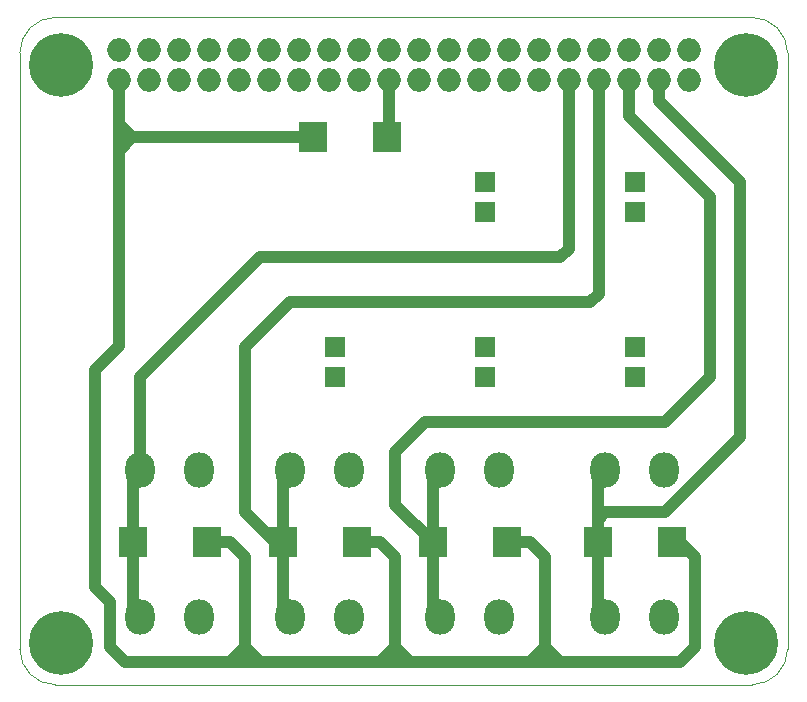
<source format=gbr>
%TF.GenerationSoftware,KiCad,Pcbnew,4.0.7*%
%TF.CreationDate,2018-01-22T14:26:12+01:00*%
%TF.ProjectId,RPi_Hat,5250695F4861742E6B696361645F7063,rev?*%
%TF.FileFunction,Copper,L2,Bot,Signal*%
%FSLAX46Y46*%
G04 Gerber Fmt 4.6, Leading zero omitted, Abs format (unit mm)*
G04 Created by KiCad (PCBNEW 4.0.7) date 01/22/18 14:26:12*
%MOMM*%
%LPD*%
G01*
G04 APERTURE LIST*
%ADD10C,0.050000*%
%ADD11C,0.100000*%
%ADD12C,5.400000*%
%ADD13O,2.000000X2.000000*%
%ADD14R,1.800000X1.800000*%
%ADD15R,2.400000X2.500000*%
%ADD16O,2.500000X3.000000*%
%ADD17C,1.000000*%
G04 APERTURE END LIST*
D10*
D11*
X55070000Y-48260000D02*
X114070000Y-48260000D01*
X117070000Y-51260000D02*
G75*
G03X114070000Y-48260000I-3000000J0D01*
G01*
X55070000Y-48260000D02*
G75*
G03X52070000Y-51260000I0J-3000000D01*
G01*
X117070000Y-51260000D02*
X117070000Y-101760000D01*
X52070000Y-93980000D02*
X52070000Y-63500000D01*
X114070000Y-104760000D02*
G75*
G03X117070000Y-101760000I0J3000000D01*
G01*
X52070000Y-101760000D02*
G75*
G03X55070000Y-104760000I3000000J0D01*
G01*
X52070000Y-86260000D02*
X52070000Y-101760000D01*
X52070000Y-51260000D02*
X52070000Y-67260000D01*
X55070000Y-104760000D02*
X114070000Y-104760000D01*
D12*
X113570000Y-52260000D03*
X113570000Y-101260000D03*
X55570000Y-101260000D03*
X55570000Y-52260000D03*
D13*
X60440000Y-53530000D03*
X60440000Y-50990000D03*
X62980000Y-53530000D03*
X62980000Y-50990000D03*
X65520000Y-53530000D03*
X65520000Y-50990000D03*
X68060000Y-53530000D03*
X68060000Y-50990000D03*
X70600000Y-53530000D03*
X70600000Y-50990000D03*
X73140000Y-53530000D03*
X73140000Y-50990000D03*
X75680000Y-53530000D03*
X75680000Y-50990000D03*
X78220000Y-53530000D03*
X78220000Y-50990000D03*
X80760000Y-53530000D03*
X80760000Y-50990000D03*
X83300000Y-53530000D03*
X83300000Y-50990000D03*
X85840000Y-53530000D03*
X85840000Y-50990000D03*
X88380000Y-53530000D03*
X88380000Y-50990000D03*
X90920000Y-53530000D03*
X90920000Y-50990000D03*
X93460000Y-53530000D03*
X93460000Y-50990000D03*
X96000000Y-53530000D03*
X96000000Y-50990000D03*
X98540000Y-53530000D03*
X98540000Y-50990000D03*
X101080000Y-53530000D03*
X101080000Y-50990000D03*
X103620000Y-53530000D03*
X103620000Y-50990000D03*
X106160000Y-53530000D03*
X106160000Y-50990000D03*
X108700000Y-53530000D03*
X108700000Y-50990000D03*
D14*
X104140000Y-64770000D03*
X104140000Y-62230000D03*
X91440000Y-64770000D03*
X91440000Y-62230000D03*
X104140000Y-78740000D03*
X104140000Y-76200000D03*
X91440000Y-78740000D03*
X91440000Y-76200000D03*
X78740000Y-78740000D03*
X78740000Y-76200000D03*
D15*
X100990000Y-92710000D03*
X107290000Y-92710000D03*
X87020000Y-92710000D03*
X93320000Y-92710000D03*
X74320000Y-92710000D03*
X80620000Y-92710000D03*
X61620000Y-92710000D03*
X67920000Y-92710000D03*
X76860000Y-58420000D03*
X83160000Y-58420000D03*
D16*
X101600000Y-86560000D03*
X106600000Y-86560000D03*
X101600000Y-99060000D03*
X106600000Y-99060000D03*
X87630000Y-86560000D03*
X92630000Y-86560000D03*
X87630000Y-99060000D03*
X92630000Y-99060000D03*
X74930000Y-86560000D03*
X79930000Y-86560000D03*
X74930000Y-99060000D03*
X79930000Y-99060000D03*
X62230000Y-86560000D03*
X67230000Y-86560000D03*
X62230000Y-99060000D03*
X67230000Y-99060000D03*
D17*
X106680000Y-102870000D02*
X66040000Y-102870000D01*
X61595000Y-58420000D02*
X60440000Y-59575000D01*
X76860000Y-58420000D02*
X61595000Y-58420000D01*
X61595000Y-58420000D02*
X60440000Y-57265000D01*
X58420000Y-96520000D02*
X58420000Y-78105000D01*
X59690000Y-101600000D02*
X59690000Y-97790000D01*
X59690000Y-97790000D02*
X58420000Y-96520000D01*
X66040000Y-102870000D02*
X60960000Y-102870000D01*
X60960000Y-102870000D02*
X59690000Y-101600000D01*
X60440000Y-76085000D02*
X60440000Y-59575000D01*
X58420000Y-78105000D02*
X60440000Y-76085000D01*
X69850000Y-102870000D02*
X68580000Y-102870000D01*
X71120000Y-101600000D02*
X69850000Y-102870000D01*
X68580000Y-102870000D02*
X66040000Y-102870000D01*
X60440000Y-59575000D02*
X60440000Y-57265000D01*
X60440000Y-57265000D02*
X60440000Y-53530000D01*
X107290000Y-92710000D02*
X107950000Y-92710000D01*
X107950000Y-92710000D02*
X109220000Y-93980000D01*
X109220000Y-93980000D02*
X109220000Y-101600000D01*
X109220000Y-101600000D02*
X107950000Y-102870000D01*
X107950000Y-102870000D02*
X106680000Y-102870000D01*
X96520000Y-101600000D02*
X97790000Y-102870000D01*
X97790000Y-102870000D02*
X106680000Y-102870000D01*
X95250000Y-102870000D02*
X85090000Y-102870000D01*
X95250000Y-92710000D02*
X96520000Y-93980000D01*
X96520000Y-93980000D02*
X96520000Y-101600000D01*
X96520000Y-101600000D02*
X95250000Y-102870000D01*
X93320000Y-92710000D02*
X95250000Y-92710000D01*
X85090000Y-102870000D02*
X83820000Y-101600000D01*
X80620000Y-92710000D02*
X82550000Y-92710000D01*
X69850000Y-92710000D02*
X71120000Y-93980000D01*
X71120000Y-93980000D02*
X71120000Y-101600000D01*
X71120000Y-101600000D02*
X72390000Y-102870000D01*
X72390000Y-102870000D02*
X81280000Y-102870000D01*
X69850000Y-92710000D02*
X67920000Y-92710000D01*
X82550000Y-102870000D02*
X81280000Y-102870000D01*
X83820000Y-101600000D02*
X82550000Y-102870000D01*
X83820000Y-93980000D02*
X83820000Y-101600000D01*
X82550000Y-92710000D02*
X83820000Y-93980000D01*
X83300000Y-53530000D02*
X83300000Y-58280000D01*
X83300000Y-58280000D02*
X83160000Y-58420000D01*
X100990000Y-92710000D02*
X100990000Y-87170000D01*
X100990000Y-87170000D02*
X101600000Y-86560000D01*
X100990000Y-92710000D02*
X100990000Y-98450000D01*
X100990000Y-98450000D02*
X101600000Y-99060000D01*
X113030000Y-78740000D02*
X113030000Y-83820000D01*
X106160000Y-55360000D02*
X113030000Y-62230000D01*
X113030000Y-62230000D02*
X113030000Y-78740000D01*
X106160000Y-53530000D02*
X106160000Y-55360000D01*
X100990000Y-90780000D02*
X100990000Y-92710000D01*
X101600000Y-90170000D02*
X100990000Y-90780000D01*
X106680000Y-90170000D02*
X101600000Y-90170000D01*
X113030000Y-83820000D02*
X106680000Y-90170000D01*
X100990000Y-92710000D02*
X100330000Y-92710000D01*
X61620000Y-92710000D02*
X61620000Y-87170000D01*
X61620000Y-87170000D02*
X62230000Y-86560000D01*
X62230000Y-86560000D02*
X62230000Y-78740000D01*
X98540000Y-67830000D02*
X98540000Y-53530000D01*
X97790000Y-68580000D02*
X98540000Y-67830000D01*
X72390000Y-68580000D02*
X97790000Y-68580000D01*
X62230000Y-78740000D02*
X72390000Y-68580000D01*
X61620000Y-96520000D02*
X61620000Y-98450000D01*
X61620000Y-98450000D02*
X62230000Y-99060000D01*
X61620000Y-92710000D02*
X60960000Y-92710000D01*
X61620000Y-92710000D02*
X61620000Y-96520000D01*
X61620000Y-98450000D02*
X62230000Y-99060000D01*
X74320000Y-92710000D02*
X74320000Y-87170000D01*
X74320000Y-87170000D02*
X74930000Y-86560000D01*
X74320000Y-92710000D02*
X73660000Y-92710000D01*
X73660000Y-92710000D02*
X71120000Y-90170000D01*
X101080000Y-71640000D02*
X101080000Y-53530000D01*
X100330000Y-72390000D02*
X101080000Y-71640000D01*
X74930000Y-72390000D02*
X100330000Y-72390000D01*
X71120000Y-76200000D02*
X74930000Y-72390000D01*
X71120000Y-90170000D02*
X71120000Y-76200000D01*
X74320000Y-92710000D02*
X74320000Y-98450000D01*
X74320000Y-98450000D02*
X74930000Y-99060000D01*
X87020000Y-92710000D02*
X87020000Y-87170000D01*
X87020000Y-87170000D02*
X87630000Y-86560000D01*
X103620000Y-53530000D02*
X103620000Y-56630000D01*
X83820000Y-89510000D02*
X87020000Y-92710000D01*
X83820000Y-85090000D02*
X83820000Y-89510000D01*
X86360000Y-82550000D02*
X83820000Y-85090000D01*
X106680000Y-82550000D02*
X86360000Y-82550000D01*
X110490000Y-78740000D02*
X106680000Y-82550000D01*
X110490000Y-63500000D02*
X110490000Y-78740000D01*
X103620000Y-56630000D02*
X110490000Y-63500000D01*
X87020000Y-92710000D02*
X86360000Y-92710000D01*
X87020000Y-92710000D02*
X87020000Y-98450000D01*
X87020000Y-98450000D02*
X87630000Y-99060000D01*
X87020000Y-98450000D02*
X87630000Y-99060000D01*
M02*

</source>
